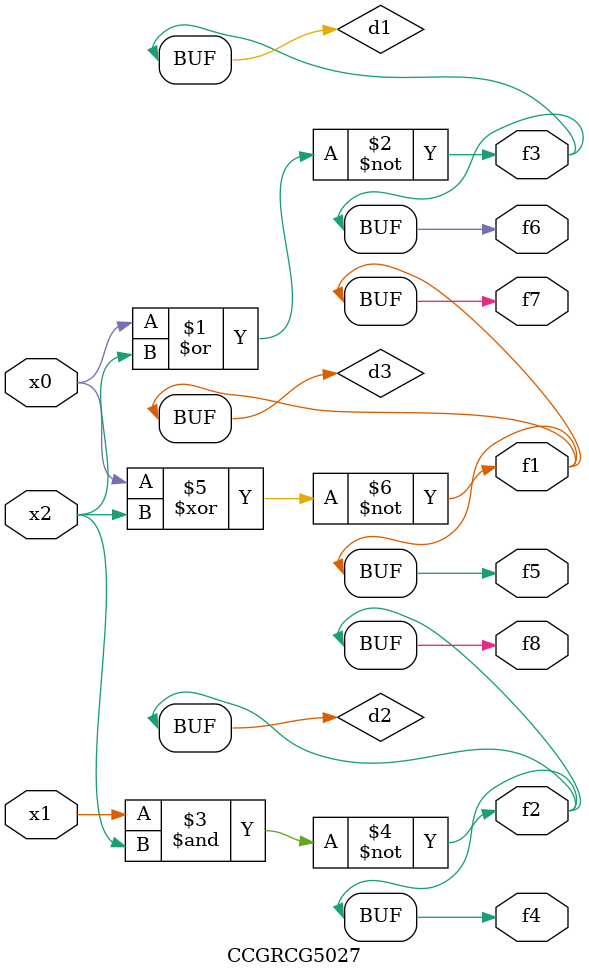
<source format=v>
module CCGRCG5027(
	input x0, x1, x2,
	output f1, f2, f3, f4, f5, f6, f7, f8
);

	wire d1, d2, d3;

	nor (d1, x0, x2);
	nand (d2, x1, x2);
	xnor (d3, x0, x2);
	assign f1 = d3;
	assign f2 = d2;
	assign f3 = d1;
	assign f4 = d2;
	assign f5 = d3;
	assign f6 = d1;
	assign f7 = d3;
	assign f8 = d2;
endmodule

</source>
